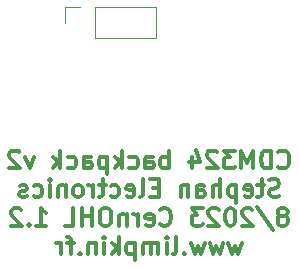
<source format=gbo>
G04 #@! TF.GenerationSoftware,KiCad,Pcbnew,7.0.1*
G04 #@! TF.CreationDate,2023-07-28T03:37:33-04:00*
G04 #@! TF.ProjectId,cdm324_v2,63646d33-3234-45f7-9632-2e6b69636164,rev?*
G04 #@! TF.SameCoordinates,Original*
G04 #@! TF.FileFunction,Legend,Bot*
G04 #@! TF.FilePolarity,Positive*
%FSLAX46Y46*%
G04 Gerber Fmt 4.6, Leading zero omitted, Abs format (unit mm)*
G04 Created by KiCad (PCBNEW 7.0.1) date 2023-07-28 03:37:33*
%MOMM*%
%LPD*%
G01*
G04 APERTURE LIST*
%ADD10C,0.375000*%
%ADD11C,0.120000*%
G04 APERTURE END LIST*
D10*
X113728570Y-62206071D02*
X113799998Y-62277500D01*
X113799998Y-62277500D02*
X114014284Y-62348928D01*
X114014284Y-62348928D02*
X114157141Y-62348928D01*
X114157141Y-62348928D02*
X114371427Y-62277500D01*
X114371427Y-62277500D02*
X114514284Y-62134642D01*
X114514284Y-62134642D02*
X114585713Y-61991785D01*
X114585713Y-61991785D02*
X114657141Y-61706071D01*
X114657141Y-61706071D02*
X114657141Y-61491785D01*
X114657141Y-61491785D02*
X114585713Y-61206071D01*
X114585713Y-61206071D02*
X114514284Y-61063214D01*
X114514284Y-61063214D02*
X114371427Y-60920357D01*
X114371427Y-60920357D02*
X114157141Y-60848928D01*
X114157141Y-60848928D02*
X114014284Y-60848928D01*
X114014284Y-60848928D02*
X113799998Y-60920357D01*
X113799998Y-60920357D02*
X113728570Y-60991785D01*
X113085713Y-62348928D02*
X113085713Y-60848928D01*
X113085713Y-60848928D02*
X112728570Y-60848928D01*
X112728570Y-60848928D02*
X112514284Y-60920357D01*
X112514284Y-60920357D02*
X112371427Y-61063214D01*
X112371427Y-61063214D02*
X112299998Y-61206071D01*
X112299998Y-61206071D02*
X112228570Y-61491785D01*
X112228570Y-61491785D02*
X112228570Y-61706071D01*
X112228570Y-61706071D02*
X112299998Y-61991785D01*
X112299998Y-61991785D02*
X112371427Y-62134642D01*
X112371427Y-62134642D02*
X112514284Y-62277500D01*
X112514284Y-62277500D02*
X112728570Y-62348928D01*
X112728570Y-62348928D02*
X113085713Y-62348928D01*
X111585713Y-62348928D02*
X111585713Y-60848928D01*
X111585713Y-60848928D02*
X111085713Y-61920357D01*
X111085713Y-61920357D02*
X110585713Y-60848928D01*
X110585713Y-60848928D02*
X110585713Y-62348928D01*
X110014284Y-60848928D02*
X109085712Y-60848928D01*
X109085712Y-60848928D02*
X109585712Y-61420357D01*
X109585712Y-61420357D02*
X109371427Y-61420357D01*
X109371427Y-61420357D02*
X109228570Y-61491785D01*
X109228570Y-61491785D02*
X109157141Y-61563214D01*
X109157141Y-61563214D02*
X109085712Y-61706071D01*
X109085712Y-61706071D02*
X109085712Y-62063214D01*
X109085712Y-62063214D02*
X109157141Y-62206071D01*
X109157141Y-62206071D02*
X109228570Y-62277500D01*
X109228570Y-62277500D02*
X109371427Y-62348928D01*
X109371427Y-62348928D02*
X109799998Y-62348928D01*
X109799998Y-62348928D02*
X109942855Y-62277500D01*
X109942855Y-62277500D02*
X110014284Y-62206071D01*
X108514284Y-60991785D02*
X108442856Y-60920357D01*
X108442856Y-60920357D02*
X108299999Y-60848928D01*
X108299999Y-60848928D02*
X107942856Y-60848928D01*
X107942856Y-60848928D02*
X107799999Y-60920357D01*
X107799999Y-60920357D02*
X107728570Y-60991785D01*
X107728570Y-60991785D02*
X107657141Y-61134642D01*
X107657141Y-61134642D02*
X107657141Y-61277500D01*
X107657141Y-61277500D02*
X107728570Y-61491785D01*
X107728570Y-61491785D02*
X108585713Y-62348928D01*
X108585713Y-62348928D02*
X107657141Y-62348928D01*
X106371428Y-61348928D02*
X106371428Y-62348928D01*
X106728570Y-60777500D02*
X107085713Y-61848928D01*
X107085713Y-61848928D02*
X106157142Y-61848928D01*
X104442857Y-62348928D02*
X104442857Y-60848928D01*
X104442857Y-61420357D02*
X104300000Y-61348928D01*
X104300000Y-61348928D02*
X104014285Y-61348928D01*
X104014285Y-61348928D02*
X103871428Y-61420357D01*
X103871428Y-61420357D02*
X103800000Y-61491785D01*
X103800000Y-61491785D02*
X103728571Y-61634642D01*
X103728571Y-61634642D02*
X103728571Y-62063214D01*
X103728571Y-62063214D02*
X103800000Y-62206071D01*
X103800000Y-62206071D02*
X103871428Y-62277500D01*
X103871428Y-62277500D02*
X104014285Y-62348928D01*
X104014285Y-62348928D02*
X104300000Y-62348928D01*
X104300000Y-62348928D02*
X104442857Y-62277500D01*
X102442857Y-62348928D02*
X102442857Y-61563214D01*
X102442857Y-61563214D02*
X102514285Y-61420357D01*
X102514285Y-61420357D02*
X102657142Y-61348928D01*
X102657142Y-61348928D02*
X102942857Y-61348928D01*
X102942857Y-61348928D02*
X103085714Y-61420357D01*
X102442857Y-62277500D02*
X102585714Y-62348928D01*
X102585714Y-62348928D02*
X102942857Y-62348928D01*
X102942857Y-62348928D02*
X103085714Y-62277500D01*
X103085714Y-62277500D02*
X103157142Y-62134642D01*
X103157142Y-62134642D02*
X103157142Y-61991785D01*
X103157142Y-61991785D02*
X103085714Y-61848928D01*
X103085714Y-61848928D02*
X102942857Y-61777500D01*
X102942857Y-61777500D02*
X102585714Y-61777500D01*
X102585714Y-61777500D02*
X102442857Y-61706071D01*
X101085714Y-62277500D02*
X101228571Y-62348928D01*
X101228571Y-62348928D02*
X101514285Y-62348928D01*
X101514285Y-62348928D02*
X101657142Y-62277500D01*
X101657142Y-62277500D02*
X101728571Y-62206071D01*
X101728571Y-62206071D02*
X101799999Y-62063214D01*
X101799999Y-62063214D02*
X101799999Y-61634642D01*
X101799999Y-61634642D02*
X101728571Y-61491785D01*
X101728571Y-61491785D02*
X101657142Y-61420357D01*
X101657142Y-61420357D02*
X101514285Y-61348928D01*
X101514285Y-61348928D02*
X101228571Y-61348928D01*
X101228571Y-61348928D02*
X101085714Y-61420357D01*
X100442857Y-62348928D02*
X100442857Y-60848928D01*
X100300000Y-61777500D02*
X99871428Y-62348928D01*
X99871428Y-61348928D02*
X100442857Y-61920357D01*
X99228571Y-61348928D02*
X99228571Y-62848928D01*
X99228571Y-61420357D02*
X99085714Y-61348928D01*
X99085714Y-61348928D02*
X98799999Y-61348928D01*
X98799999Y-61348928D02*
X98657142Y-61420357D01*
X98657142Y-61420357D02*
X98585714Y-61491785D01*
X98585714Y-61491785D02*
X98514285Y-61634642D01*
X98514285Y-61634642D02*
X98514285Y-62063214D01*
X98514285Y-62063214D02*
X98585714Y-62206071D01*
X98585714Y-62206071D02*
X98657142Y-62277500D01*
X98657142Y-62277500D02*
X98799999Y-62348928D01*
X98799999Y-62348928D02*
X99085714Y-62348928D01*
X99085714Y-62348928D02*
X99228571Y-62277500D01*
X97228571Y-62348928D02*
X97228571Y-61563214D01*
X97228571Y-61563214D02*
X97299999Y-61420357D01*
X97299999Y-61420357D02*
X97442856Y-61348928D01*
X97442856Y-61348928D02*
X97728571Y-61348928D01*
X97728571Y-61348928D02*
X97871428Y-61420357D01*
X97228571Y-62277500D02*
X97371428Y-62348928D01*
X97371428Y-62348928D02*
X97728571Y-62348928D01*
X97728571Y-62348928D02*
X97871428Y-62277500D01*
X97871428Y-62277500D02*
X97942856Y-62134642D01*
X97942856Y-62134642D02*
X97942856Y-61991785D01*
X97942856Y-61991785D02*
X97871428Y-61848928D01*
X97871428Y-61848928D02*
X97728571Y-61777500D01*
X97728571Y-61777500D02*
X97371428Y-61777500D01*
X97371428Y-61777500D02*
X97228571Y-61706071D01*
X95871428Y-62277500D02*
X96014285Y-62348928D01*
X96014285Y-62348928D02*
X96299999Y-62348928D01*
X96299999Y-62348928D02*
X96442856Y-62277500D01*
X96442856Y-62277500D02*
X96514285Y-62206071D01*
X96514285Y-62206071D02*
X96585713Y-62063214D01*
X96585713Y-62063214D02*
X96585713Y-61634642D01*
X96585713Y-61634642D02*
X96514285Y-61491785D01*
X96514285Y-61491785D02*
X96442856Y-61420357D01*
X96442856Y-61420357D02*
X96299999Y-61348928D01*
X96299999Y-61348928D02*
X96014285Y-61348928D01*
X96014285Y-61348928D02*
X95871428Y-61420357D01*
X95228571Y-62348928D02*
X95228571Y-60848928D01*
X95085714Y-61777500D02*
X94657142Y-62348928D01*
X94657142Y-61348928D02*
X95228571Y-61920357D01*
X93014285Y-61348928D02*
X92657142Y-62348928D01*
X92657142Y-62348928D02*
X92299999Y-61348928D01*
X91799999Y-60991785D02*
X91728571Y-60920357D01*
X91728571Y-60920357D02*
X91585714Y-60848928D01*
X91585714Y-60848928D02*
X91228571Y-60848928D01*
X91228571Y-60848928D02*
X91085714Y-60920357D01*
X91085714Y-60920357D02*
X91014285Y-60991785D01*
X91014285Y-60991785D02*
X90942856Y-61134642D01*
X90942856Y-61134642D02*
X90942856Y-61277500D01*
X90942856Y-61277500D02*
X91014285Y-61491785D01*
X91014285Y-61491785D02*
X91871428Y-62348928D01*
X91871428Y-62348928D02*
X90942856Y-62348928D01*
X113799999Y-64707500D02*
X113585714Y-64778928D01*
X113585714Y-64778928D02*
X113228571Y-64778928D01*
X113228571Y-64778928D02*
X113085714Y-64707500D01*
X113085714Y-64707500D02*
X113014285Y-64636071D01*
X113014285Y-64636071D02*
X112942856Y-64493214D01*
X112942856Y-64493214D02*
X112942856Y-64350357D01*
X112942856Y-64350357D02*
X113014285Y-64207500D01*
X113014285Y-64207500D02*
X113085714Y-64136071D01*
X113085714Y-64136071D02*
X113228571Y-64064642D01*
X113228571Y-64064642D02*
X113514285Y-63993214D01*
X113514285Y-63993214D02*
X113657142Y-63921785D01*
X113657142Y-63921785D02*
X113728571Y-63850357D01*
X113728571Y-63850357D02*
X113799999Y-63707500D01*
X113799999Y-63707500D02*
X113799999Y-63564642D01*
X113799999Y-63564642D02*
X113728571Y-63421785D01*
X113728571Y-63421785D02*
X113657142Y-63350357D01*
X113657142Y-63350357D02*
X113514285Y-63278928D01*
X113514285Y-63278928D02*
X113157142Y-63278928D01*
X113157142Y-63278928D02*
X112942856Y-63350357D01*
X112514285Y-63778928D02*
X111942857Y-63778928D01*
X112300000Y-63278928D02*
X112300000Y-64564642D01*
X112300000Y-64564642D02*
X112228571Y-64707500D01*
X112228571Y-64707500D02*
X112085714Y-64778928D01*
X112085714Y-64778928D02*
X111942857Y-64778928D01*
X110871428Y-64707500D02*
X111014285Y-64778928D01*
X111014285Y-64778928D02*
X111300000Y-64778928D01*
X111300000Y-64778928D02*
X111442857Y-64707500D01*
X111442857Y-64707500D02*
X111514285Y-64564642D01*
X111514285Y-64564642D02*
X111514285Y-63993214D01*
X111514285Y-63993214D02*
X111442857Y-63850357D01*
X111442857Y-63850357D02*
X111300000Y-63778928D01*
X111300000Y-63778928D02*
X111014285Y-63778928D01*
X111014285Y-63778928D02*
X110871428Y-63850357D01*
X110871428Y-63850357D02*
X110800000Y-63993214D01*
X110800000Y-63993214D02*
X110800000Y-64136071D01*
X110800000Y-64136071D02*
X111514285Y-64278928D01*
X110157143Y-63778928D02*
X110157143Y-65278928D01*
X110157143Y-63850357D02*
X110014286Y-63778928D01*
X110014286Y-63778928D02*
X109728571Y-63778928D01*
X109728571Y-63778928D02*
X109585714Y-63850357D01*
X109585714Y-63850357D02*
X109514286Y-63921785D01*
X109514286Y-63921785D02*
X109442857Y-64064642D01*
X109442857Y-64064642D02*
X109442857Y-64493214D01*
X109442857Y-64493214D02*
X109514286Y-64636071D01*
X109514286Y-64636071D02*
X109585714Y-64707500D01*
X109585714Y-64707500D02*
X109728571Y-64778928D01*
X109728571Y-64778928D02*
X110014286Y-64778928D01*
X110014286Y-64778928D02*
X110157143Y-64707500D01*
X108800000Y-64778928D02*
X108800000Y-63278928D01*
X108157143Y-64778928D02*
X108157143Y-63993214D01*
X108157143Y-63993214D02*
X108228571Y-63850357D01*
X108228571Y-63850357D02*
X108371428Y-63778928D01*
X108371428Y-63778928D02*
X108585714Y-63778928D01*
X108585714Y-63778928D02*
X108728571Y-63850357D01*
X108728571Y-63850357D02*
X108800000Y-63921785D01*
X106800000Y-64778928D02*
X106800000Y-63993214D01*
X106800000Y-63993214D02*
X106871428Y-63850357D01*
X106871428Y-63850357D02*
X107014285Y-63778928D01*
X107014285Y-63778928D02*
X107300000Y-63778928D01*
X107300000Y-63778928D02*
X107442857Y-63850357D01*
X106800000Y-64707500D02*
X106942857Y-64778928D01*
X106942857Y-64778928D02*
X107300000Y-64778928D01*
X107300000Y-64778928D02*
X107442857Y-64707500D01*
X107442857Y-64707500D02*
X107514285Y-64564642D01*
X107514285Y-64564642D02*
X107514285Y-64421785D01*
X107514285Y-64421785D02*
X107442857Y-64278928D01*
X107442857Y-64278928D02*
X107300000Y-64207500D01*
X107300000Y-64207500D02*
X106942857Y-64207500D01*
X106942857Y-64207500D02*
X106800000Y-64136071D01*
X106085714Y-63778928D02*
X106085714Y-64778928D01*
X106085714Y-63921785D02*
X106014285Y-63850357D01*
X106014285Y-63850357D02*
X105871428Y-63778928D01*
X105871428Y-63778928D02*
X105657142Y-63778928D01*
X105657142Y-63778928D02*
X105514285Y-63850357D01*
X105514285Y-63850357D02*
X105442857Y-63993214D01*
X105442857Y-63993214D02*
X105442857Y-64778928D01*
X103585714Y-63993214D02*
X103085714Y-63993214D01*
X102871428Y-64778928D02*
X103585714Y-64778928D01*
X103585714Y-64778928D02*
X103585714Y-63278928D01*
X103585714Y-63278928D02*
X102871428Y-63278928D01*
X102014285Y-64778928D02*
X102157142Y-64707500D01*
X102157142Y-64707500D02*
X102228571Y-64564642D01*
X102228571Y-64564642D02*
X102228571Y-63278928D01*
X100871428Y-64707500D02*
X101014285Y-64778928D01*
X101014285Y-64778928D02*
X101300000Y-64778928D01*
X101300000Y-64778928D02*
X101442857Y-64707500D01*
X101442857Y-64707500D02*
X101514285Y-64564642D01*
X101514285Y-64564642D02*
X101514285Y-63993214D01*
X101514285Y-63993214D02*
X101442857Y-63850357D01*
X101442857Y-63850357D02*
X101300000Y-63778928D01*
X101300000Y-63778928D02*
X101014285Y-63778928D01*
X101014285Y-63778928D02*
X100871428Y-63850357D01*
X100871428Y-63850357D02*
X100800000Y-63993214D01*
X100800000Y-63993214D02*
X100800000Y-64136071D01*
X100800000Y-64136071D02*
X101514285Y-64278928D01*
X99514286Y-64707500D02*
X99657143Y-64778928D01*
X99657143Y-64778928D02*
X99942857Y-64778928D01*
X99942857Y-64778928D02*
X100085714Y-64707500D01*
X100085714Y-64707500D02*
X100157143Y-64636071D01*
X100157143Y-64636071D02*
X100228571Y-64493214D01*
X100228571Y-64493214D02*
X100228571Y-64064642D01*
X100228571Y-64064642D02*
X100157143Y-63921785D01*
X100157143Y-63921785D02*
X100085714Y-63850357D01*
X100085714Y-63850357D02*
X99942857Y-63778928D01*
X99942857Y-63778928D02*
X99657143Y-63778928D01*
X99657143Y-63778928D02*
X99514286Y-63850357D01*
X99085714Y-63778928D02*
X98514286Y-63778928D01*
X98871429Y-63278928D02*
X98871429Y-64564642D01*
X98871429Y-64564642D02*
X98800000Y-64707500D01*
X98800000Y-64707500D02*
X98657143Y-64778928D01*
X98657143Y-64778928D02*
X98514286Y-64778928D01*
X98014286Y-64778928D02*
X98014286Y-63778928D01*
X98014286Y-64064642D02*
X97942857Y-63921785D01*
X97942857Y-63921785D02*
X97871429Y-63850357D01*
X97871429Y-63850357D02*
X97728571Y-63778928D01*
X97728571Y-63778928D02*
X97585714Y-63778928D01*
X96871429Y-64778928D02*
X97014286Y-64707500D01*
X97014286Y-64707500D02*
X97085715Y-64636071D01*
X97085715Y-64636071D02*
X97157143Y-64493214D01*
X97157143Y-64493214D02*
X97157143Y-64064642D01*
X97157143Y-64064642D02*
X97085715Y-63921785D01*
X97085715Y-63921785D02*
X97014286Y-63850357D01*
X97014286Y-63850357D02*
X96871429Y-63778928D01*
X96871429Y-63778928D02*
X96657143Y-63778928D01*
X96657143Y-63778928D02*
X96514286Y-63850357D01*
X96514286Y-63850357D02*
X96442858Y-63921785D01*
X96442858Y-63921785D02*
X96371429Y-64064642D01*
X96371429Y-64064642D02*
X96371429Y-64493214D01*
X96371429Y-64493214D02*
X96442858Y-64636071D01*
X96442858Y-64636071D02*
X96514286Y-64707500D01*
X96514286Y-64707500D02*
X96657143Y-64778928D01*
X96657143Y-64778928D02*
X96871429Y-64778928D01*
X95728572Y-63778928D02*
X95728572Y-64778928D01*
X95728572Y-63921785D02*
X95657143Y-63850357D01*
X95657143Y-63850357D02*
X95514286Y-63778928D01*
X95514286Y-63778928D02*
X95300000Y-63778928D01*
X95300000Y-63778928D02*
X95157143Y-63850357D01*
X95157143Y-63850357D02*
X95085715Y-63993214D01*
X95085715Y-63993214D02*
X95085715Y-64778928D01*
X94371429Y-64778928D02*
X94371429Y-63778928D01*
X94371429Y-63278928D02*
X94442857Y-63350357D01*
X94442857Y-63350357D02*
X94371429Y-63421785D01*
X94371429Y-63421785D02*
X94300000Y-63350357D01*
X94300000Y-63350357D02*
X94371429Y-63278928D01*
X94371429Y-63278928D02*
X94371429Y-63421785D01*
X93014286Y-64707500D02*
X93157143Y-64778928D01*
X93157143Y-64778928D02*
X93442857Y-64778928D01*
X93442857Y-64778928D02*
X93585714Y-64707500D01*
X93585714Y-64707500D02*
X93657143Y-64636071D01*
X93657143Y-64636071D02*
X93728571Y-64493214D01*
X93728571Y-64493214D02*
X93728571Y-64064642D01*
X93728571Y-64064642D02*
X93657143Y-63921785D01*
X93657143Y-63921785D02*
X93585714Y-63850357D01*
X93585714Y-63850357D02*
X93442857Y-63778928D01*
X93442857Y-63778928D02*
X93157143Y-63778928D01*
X93157143Y-63778928D02*
X93014286Y-63850357D01*
X92442857Y-64707500D02*
X92300000Y-64778928D01*
X92300000Y-64778928D02*
X92014286Y-64778928D01*
X92014286Y-64778928D02*
X91871429Y-64707500D01*
X91871429Y-64707500D02*
X91800000Y-64564642D01*
X91800000Y-64564642D02*
X91800000Y-64493214D01*
X91800000Y-64493214D02*
X91871429Y-64350357D01*
X91871429Y-64350357D02*
X92014286Y-64278928D01*
X92014286Y-64278928D02*
X92228572Y-64278928D01*
X92228572Y-64278928D02*
X92371429Y-64207500D01*
X92371429Y-64207500D02*
X92442857Y-64064642D01*
X92442857Y-64064642D02*
X92442857Y-63993214D01*
X92442857Y-63993214D02*
X92371429Y-63850357D01*
X92371429Y-63850357D02*
X92228572Y-63778928D01*
X92228572Y-63778928D02*
X92014286Y-63778928D01*
X92014286Y-63778928D02*
X91871429Y-63850357D01*
X114228570Y-66351785D02*
X114371427Y-66280357D01*
X114371427Y-66280357D02*
X114442856Y-66208928D01*
X114442856Y-66208928D02*
X114514284Y-66066071D01*
X114514284Y-66066071D02*
X114514284Y-65994642D01*
X114514284Y-65994642D02*
X114442856Y-65851785D01*
X114442856Y-65851785D02*
X114371427Y-65780357D01*
X114371427Y-65780357D02*
X114228570Y-65708928D01*
X114228570Y-65708928D02*
X113942856Y-65708928D01*
X113942856Y-65708928D02*
X113799999Y-65780357D01*
X113799999Y-65780357D02*
X113728570Y-65851785D01*
X113728570Y-65851785D02*
X113657141Y-65994642D01*
X113657141Y-65994642D02*
X113657141Y-66066071D01*
X113657141Y-66066071D02*
X113728570Y-66208928D01*
X113728570Y-66208928D02*
X113799999Y-66280357D01*
X113799999Y-66280357D02*
X113942856Y-66351785D01*
X113942856Y-66351785D02*
X114228570Y-66351785D01*
X114228570Y-66351785D02*
X114371427Y-66423214D01*
X114371427Y-66423214D02*
X114442856Y-66494642D01*
X114442856Y-66494642D02*
X114514284Y-66637500D01*
X114514284Y-66637500D02*
X114514284Y-66923214D01*
X114514284Y-66923214D02*
X114442856Y-67066071D01*
X114442856Y-67066071D02*
X114371427Y-67137500D01*
X114371427Y-67137500D02*
X114228570Y-67208928D01*
X114228570Y-67208928D02*
X113942856Y-67208928D01*
X113942856Y-67208928D02*
X113799999Y-67137500D01*
X113799999Y-67137500D02*
X113728570Y-67066071D01*
X113728570Y-67066071D02*
X113657141Y-66923214D01*
X113657141Y-66923214D02*
X113657141Y-66637500D01*
X113657141Y-66637500D02*
X113728570Y-66494642D01*
X113728570Y-66494642D02*
X113799999Y-66423214D01*
X113799999Y-66423214D02*
X113942856Y-66351785D01*
X111942856Y-65637500D02*
X113228570Y-67566071D01*
X111514284Y-65851785D02*
X111442856Y-65780357D01*
X111442856Y-65780357D02*
X111299999Y-65708928D01*
X111299999Y-65708928D02*
X110942856Y-65708928D01*
X110942856Y-65708928D02*
X110799999Y-65780357D01*
X110799999Y-65780357D02*
X110728570Y-65851785D01*
X110728570Y-65851785D02*
X110657141Y-65994642D01*
X110657141Y-65994642D02*
X110657141Y-66137500D01*
X110657141Y-66137500D02*
X110728570Y-66351785D01*
X110728570Y-66351785D02*
X111585713Y-67208928D01*
X111585713Y-67208928D02*
X110657141Y-67208928D01*
X109728570Y-65708928D02*
X109585713Y-65708928D01*
X109585713Y-65708928D02*
X109442856Y-65780357D01*
X109442856Y-65780357D02*
X109371428Y-65851785D01*
X109371428Y-65851785D02*
X109299999Y-65994642D01*
X109299999Y-65994642D02*
X109228570Y-66280357D01*
X109228570Y-66280357D02*
X109228570Y-66637500D01*
X109228570Y-66637500D02*
X109299999Y-66923214D01*
X109299999Y-66923214D02*
X109371428Y-67066071D01*
X109371428Y-67066071D02*
X109442856Y-67137500D01*
X109442856Y-67137500D02*
X109585713Y-67208928D01*
X109585713Y-67208928D02*
X109728570Y-67208928D01*
X109728570Y-67208928D02*
X109871428Y-67137500D01*
X109871428Y-67137500D02*
X109942856Y-67066071D01*
X109942856Y-67066071D02*
X110014285Y-66923214D01*
X110014285Y-66923214D02*
X110085713Y-66637500D01*
X110085713Y-66637500D02*
X110085713Y-66280357D01*
X110085713Y-66280357D02*
X110014285Y-65994642D01*
X110014285Y-65994642D02*
X109942856Y-65851785D01*
X109942856Y-65851785D02*
X109871428Y-65780357D01*
X109871428Y-65780357D02*
X109728570Y-65708928D01*
X108657142Y-65851785D02*
X108585714Y-65780357D01*
X108585714Y-65780357D02*
X108442857Y-65708928D01*
X108442857Y-65708928D02*
X108085714Y-65708928D01*
X108085714Y-65708928D02*
X107942857Y-65780357D01*
X107942857Y-65780357D02*
X107871428Y-65851785D01*
X107871428Y-65851785D02*
X107799999Y-65994642D01*
X107799999Y-65994642D02*
X107799999Y-66137500D01*
X107799999Y-66137500D02*
X107871428Y-66351785D01*
X107871428Y-66351785D02*
X108728571Y-67208928D01*
X108728571Y-67208928D02*
X107799999Y-67208928D01*
X107300000Y-65708928D02*
X106371428Y-65708928D01*
X106371428Y-65708928D02*
X106871428Y-66280357D01*
X106871428Y-66280357D02*
X106657143Y-66280357D01*
X106657143Y-66280357D02*
X106514286Y-66351785D01*
X106514286Y-66351785D02*
X106442857Y-66423214D01*
X106442857Y-66423214D02*
X106371428Y-66566071D01*
X106371428Y-66566071D02*
X106371428Y-66923214D01*
X106371428Y-66923214D02*
X106442857Y-67066071D01*
X106442857Y-67066071D02*
X106514286Y-67137500D01*
X106514286Y-67137500D02*
X106657143Y-67208928D01*
X106657143Y-67208928D02*
X107085714Y-67208928D01*
X107085714Y-67208928D02*
X107228571Y-67137500D01*
X107228571Y-67137500D02*
X107300000Y-67066071D01*
X103728572Y-67066071D02*
X103800000Y-67137500D01*
X103800000Y-67137500D02*
X104014286Y-67208928D01*
X104014286Y-67208928D02*
X104157143Y-67208928D01*
X104157143Y-67208928D02*
X104371429Y-67137500D01*
X104371429Y-67137500D02*
X104514286Y-66994642D01*
X104514286Y-66994642D02*
X104585715Y-66851785D01*
X104585715Y-66851785D02*
X104657143Y-66566071D01*
X104657143Y-66566071D02*
X104657143Y-66351785D01*
X104657143Y-66351785D02*
X104585715Y-66066071D01*
X104585715Y-66066071D02*
X104514286Y-65923214D01*
X104514286Y-65923214D02*
X104371429Y-65780357D01*
X104371429Y-65780357D02*
X104157143Y-65708928D01*
X104157143Y-65708928D02*
X104014286Y-65708928D01*
X104014286Y-65708928D02*
X103800000Y-65780357D01*
X103800000Y-65780357D02*
X103728572Y-65851785D01*
X102514286Y-67137500D02*
X102657143Y-67208928D01*
X102657143Y-67208928D02*
X102942858Y-67208928D01*
X102942858Y-67208928D02*
X103085715Y-67137500D01*
X103085715Y-67137500D02*
X103157143Y-66994642D01*
X103157143Y-66994642D02*
X103157143Y-66423214D01*
X103157143Y-66423214D02*
X103085715Y-66280357D01*
X103085715Y-66280357D02*
X102942858Y-66208928D01*
X102942858Y-66208928D02*
X102657143Y-66208928D01*
X102657143Y-66208928D02*
X102514286Y-66280357D01*
X102514286Y-66280357D02*
X102442858Y-66423214D01*
X102442858Y-66423214D02*
X102442858Y-66566071D01*
X102442858Y-66566071D02*
X103157143Y-66708928D01*
X101800001Y-67208928D02*
X101800001Y-66208928D01*
X101800001Y-66494642D02*
X101728572Y-66351785D01*
X101728572Y-66351785D02*
X101657144Y-66280357D01*
X101657144Y-66280357D02*
X101514286Y-66208928D01*
X101514286Y-66208928D02*
X101371429Y-66208928D01*
X100871430Y-66208928D02*
X100871430Y-67208928D01*
X100871430Y-66351785D02*
X100800001Y-66280357D01*
X100800001Y-66280357D02*
X100657144Y-66208928D01*
X100657144Y-66208928D02*
X100442858Y-66208928D01*
X100442858Y-66208928D02*
X100300001Y-66280357D01*
X100300001Y-66280357D02*
X100228573Y-66423214D01*
X100228573Y-66423214D02*
X100228573Y-67208928D01*
X99228572Y-65708928D02*
X98942858Y-65708928D01*
X98942858Y-65708928D02*
X98800001Y-65780357D01*
X98800001Y-65780357D02*
X98657144Y-65923214D01*
X98657144Y-65923214D02*
X98585715Y-66208928D01*
X98585715Y-66208928D02*
X98585715Y-66708928D01*
X98585715Y-66708928D02*
X98657144Y-66994642D01*
X98657144Y-66994642D02*
X98800001Y-67137500D01*
X98800001Y-67137500D02*
X98942858Y-67208928D01*
X98942858Y-67208928D02*
X99228572Y-67208928D01*
X99228572Y-67208928D02*
X99371430Y-67137500D01*
X99371430Y-67137500D02*
X99514287Y-66994642D01*
X99514287Y-66994642D02*
X99585715Y-66708928D01*
X99585715Y-66708928D02*
X99585715Y-66208928D01*
X99585715Y-66208928D02*
X99514287Y-65923214D01*
X99514287Y-65923214D02*
X99371430Y-65780357D01*
X99371430Y-65780357D02*
X99228572Y-65708928D01*
X97942858Y-67208928D02*
X97942858Y-65708928D01*
X97942858Y-66423214D02*
X97085715Y-66423214D01*
X97085715Y-67208928D02*
X97085715Y-65708928D01*
X95657143Y-67208928D02*
X96371429Y-67208928D01*
X96371429Y-67208928D02*
X96371429Y-65708928D01*
X93228571Y-67208928D02*
X94085714Y-67208928D01*
X93657143Y-67208928D02*
X93657143Y-65708928D01*
X93657143Y-65708928D02*
X93800000Y-65923214D01*
X93800000Y-65923214D02*
X93942857Y-66066071D01*
X93942857Y-66066071D02*
X94085714Y-66137500D01*
X92585715Y-67066071D02*
X92514286Y-67137500D01*
X92514286Y-67137500D02*
X92585715Y-67208928D01*
X92585715Y-67208928D02*
X92657143Y-67137500D01*
X92657143Y-67137500D02*
X92585715Y-67066071D01*
X92585715Y-67066071D02*
X92585715Y-67208928D01*
X91942857Y-65851785D02*
X91871429Y-65780357D01*
X91871429Y-65780357D02*
X91728572Y-65708928D01*
X91728572Y-65708928D02*
X91371429Y-65708928D01*
X91371429Y-65708928D02*
X91228572Y-65780357D01*
X91228572Y-65780357D02*
X91157143Y-65851785D01*
X91157143Y-65851785D02*
X91085714Y-65994642D01*
X91085714Y-65994642D02*
X91085714Y-66137500D01*
X91085714Y-66137500D02*
X91157143Y-66351785D01*
X91157143Y-66351785D02*
X92014286Y-67208928D01*
X92014286Y-67208928D02*
X91085714Y-67208928D01*
X110621429Y-68638928D02*
X110335715Y-69638928D01*
X110335715Y-69638928D02*
X110050000Y-68924642D01*
X110050000Y-68924642D02*
X109764286Y-69638928D01*
X109764286Y-69638928D02*
X109478572Y-68638928D01*
X109050000Y-68638928D02*
X108764286Y-69638928D01*
X108764286Y-69638928D02*
X108478571Y-68924642D01*
X108478571Y-68924642D02*
X108192857Y-69638928D01*
X108192857Y-69638928D02*
X107907143Y-68638928D01*
X107478571Y-68638928D02*
X107192857Y-69638928D01*
X107192857Y-69638928D02*
X106907142Y-68924642D01*
X106907142Y-68924642D02*
X106621428Y-69638928D01*
X106621428Y-69638928D02*
X106335714Y-68638928D01*
X105764285Y-69496071D02*
X105692856Y-69567500D01*
X105692856Y-69567500D02*
X105764285Y-69638928D01*
X105764285Y-69638928D02*
X105835713Y-69567500D01*
X105835713Y-69567500D02*
X105764285Y-69496071D01*
X105764285Y-69496071D02*
X105764285Y-69638928D01*
X104835713Y-69638928D02*
X104978570Y-69567500D01*
X104978570Y-69567500D02*
X105049999Y-69424642D01*
X105049999Y-69424642D02*
X105049999Y-68138928D01*
X104264285Y-69638928D02*
X104264285Y-68638928D01*
X104264285Y-68138928D02*
X104335713Y-68210357D01*
X104335713Y-68210357D02*
X104264285Y-68281785D01*
X104264285Y-68281785D02*
X104192856Y-68210357D01*
X104192856Y-68210357D02*
X104264285Y-68138928D01*
X104264285Y-68138928D02*
X104264285Y-68281785D01*
X103549999Y-69638928D02*
X103549999Y-68638928D01*
X103549999Y-68781785D02*
X103478570Y-68710357D01*
X103478570Y-68710357D02*
X103335713Y-68638928D01*
X103335713Y-68638928D02*
X103121427Y-68638928D01*
X103121427Y-68638928D02*
X102978570Y-68710357D01*
X102978570Y-68710357D02*
X102907142Y-68853214D01*
X102907142Y-68853214D02*
X102907142Y-69638928D01*
X102907142Y-68853214D02*
X102835713Y-68710357D01*
X102835713Y-68710357D02*
X102692856Y-68638928D01*
X102692856Y-68638928D02*
X102478570Y-68638928D01*
X102478570Y-68638928D02*
X102335713Y-68710357D01*
X102335713Y-68710357D02*
X102264284Y-68853214D01*
X102264284Y-68853214D02*
X102264284Y-69638928D01*
X101549999Y-68638928D02*
X101549999Y-70138928D01*
X101549999Y-68710357D02*
X101407142Y-68638928D01*
X101407142Y-68638928D02*
X101121427Y-68638928D01*
X101121427Y-68638928D02*
X100978570Y-68710357D01*
X100978570Y-68710357D02*
X100907142Y-68781785D01*
X100907142Y-68781785D02*
X100835713Y-68924642D01*
X100835713Y-68924642D02*
X100835713Y-69353214D01*
X100835713Y-69353214D02*
X100907142Y-69496071D01*
X100907142Y-69496071D02*
X100978570Y-69567500D01*
X100978570Y-69567500D02*
X101121427Y-69638928D01*
X101121427Y-69638928D02*
X101407142Y-69638928D01*
X101407142Y-69638928D02*
X101549999Y-69567500D01*
X100192856Y-69638928D02*
X100192856Y-68138928D01*
X100049999Y-69067500D02*
X99621427Y-69638928D01*
X99621427Y-68638928D02*
X100192856Y-69210357D01*
X98978570Y-69638928D02*
X98978570Y-68638928D01*
X98978570Y-68138928D02*
X99049998Y-68210357D01*
X99049998Y-68210357D02*
X98978570Y-68281785D01*
X98978570Y-68281785D02*
X98907141Y-68210357D01*
X98907141Y-68210357D02*
X98978570Y-68138928D01*
X98978570Y-68138928D02*
X98978570Y-68281785D01*
X98264284Y-68638928D02*
X98264284Y-69638928D01*
X98264284Y-68781785D02*
X98192855Y-68710357D01*
X98192855Y-68710357D02*
X98049998Y-68638928D01*
X98049998Y-68638928D02*
X97835712Y-68638928D01*
X97835712Y-68638928D02*
X97692855Y-68710357D01*
X97692855Y-68710357D02*
X97621427Y-68853214D01*
X97621427Y-68853214D02*
X97621427Y-69638928D01*
X96907141Y-69496071D02*
X96835712Y-69567500D01*
X96835712Y-69567500D02*
X96907141Y-69638928D01*
X96907141Y-69638928D02*
X96978569Y-69567500D01*
X96978569Y-69567500D02*
X96907141Y-69496071D01*
X96907141Y-69496071D02*
X96907141Y-69638928D01*
X96407140Y-68638928D02*
X95835712Y-68638928D01*
X96192855Y-69638928D02*
X96192855Y-68353214D01*
X96192855Y-68353214D02*
X96121426Y-68210357D01*
X96121426Y-68210357D02*
X95978569Y-68138928D01*
X95978569Y-68138928D02*
X95835712Y-68138928D01*
X95335712Y-69638928D02*
X95335712Y-68638928D01*
X95335712Y-68924642D02*
X95264283Y-68781785D01*
X95264283Y-68781785D02*
X95192855Y-68710357D01*
X95192855Y-68710357D02*
X95049997Y-68638928D01*
X95049997Y-68638928D02*
X94907140Y-68638928D01*
D11*
X103370000Y-48670000D02*
X103370000Y-51330000D01*
X98230000Y-48670000D02*
X103370000Y-48670000D01*
X98230000Y-48670000D02*
X98230000Y-51330000D01*
X96960000Y-48670000D02*
X95630000Y-48670000D01*
X95630000Y-48670000D02*
X95630000Y-50000000D01*
X98230000Y-51330000D02*
X103370000Y-51330000D01*
M02*

</source>
